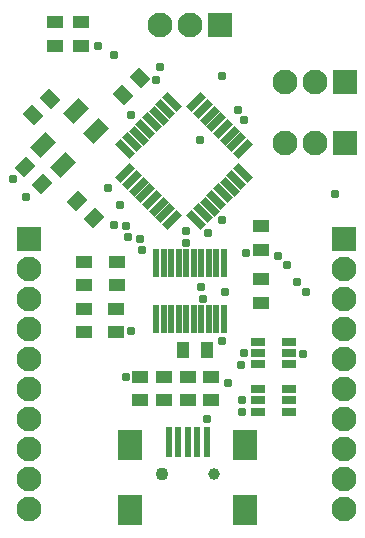
<source format=gts>
G04*
G04 #@! TF.GenerationSoftware,Altium Limited,Altium Designer,23.7.1 (13)*
G04*
G04 Layer_Color=8388736*
%FSLAX25Y25*%
%MOIN*%
G70*
G04*
G04 #@! TF.SameCoordinates,3E470AC7-ECF9-48F6-9F6D-68BDDA74D969*
G04*
G04*
G04 #@! TF.FilePolarity,Negative*
G04*
G01*
G75*
%ADD12R,0.08268X0.10236*%
%ADD13R,0.02362X0.10236*%
%ADD14R,0.01968X0.09252*%
%ADD15R,0.05315X0.04331*%
G04:AMPARAMS|DCode=16|XSize=43.31mil|YSize=53.15mil|CornerRadius=0mil|HoleSize=0mil|Usage=FLASHONLY|Rotation=135.000|XOffset=0mil|YOffset=0mil|HoleType=Round|Shape=Rectangle|*
%AMROTATEDRECTD16*
4,1,4,0.03410,0.00348,-0.00348,-0.03410,-0.03410,-0.00348,0.00348,0.03410,0.03410,0.00348,0.0*
%
%ADD16ROTATEDRECTD16*%

G04:AMPARAMS|DCode=17|XSize=25.59mil|YSize=66.93mil|CornerRadius=0mil|HoleSize=0mil|Usage=FLASHONLY|Rotation=315.000|XOffset=0mil|YOffset=0mil|HoleType=Round|Shape=Rectangle|*
%AMROTATEDRECTD17*
4,1,4,-0.03271,-0.01462,0.01462,0.03271,0.03271,0.01462,-0.01462,-0.03271,-0.03271,-0.01462,0.0*
%
%ADD17ROTATEDRECTD17*%

G04:AMPARAMS|DCode=18|XSize=25.59mil|YSize=66.93mil|CornerRadius=0mil|HoleSize=0mil|Usage=FLASHONLY|Rotation=45.000|XOffset=0mil|YOffset=0mil|HoleType=Round|Shape=Rectangle|*
%AMROTATEDRECTD18*
4,1,4,0.01462,-0.03271,-0.03271,0.01462,-0.01462,0.03271,0.03271,-0.01462,0.01462,-0.03271,0.0*
%
%ADD18ROTATEDRECTD18*%

G04:AMPARAMS|DCode=19|XSize=74.8mil|YSize=51.18mil|CornerRadius=0mil|HoleSize=0mil|Usage=FLASHONLY|Rotation=225.000|XOffset=0mil|YOffset=0mil|HoleType=Round|Shape=Rectangle|*
%AMROTATEDRECTD19*
4,1,4,0.00835,0.04454,0.04454,0.00835,-0.00835,-0.04454,-0.04454,-0.00835,0.00835,0.04454,0.0*
%
%ADD19ROTATEDRECTD19*%

G04:AMPARAMS|DCode=20|XSize=43.31mil|YSize=53.15mil|CornerRadius=0mil|HoleSize=0mil|Usage=FLASHONLY|Rotation=45.000|XOffset=0mil|YOffset=0mil|HoleType=Round|Shape=Rectangle|*
%AMROTATEDRECTD20*
4,1,4,0.00348,-0.03410,-0.03410,0.00348,-0.00348,0.03410,0.03410,-0.00348,0.00348,-0.03410,0.0*
%
%ADD20ROTATEDRECTD20*%

%ADD21R,0.04331X0.05315*%
%ADD22R,0.04724X0.02756*%
%ADD23C,0.04343*%
%ADD24C,0.03937*%
%ADD25C,0.08268*%
%ADD26R,0.08268X0.08268*%
%ADD27R,0.08268X0.08268*%
%ADD28C,0.03071*%
D12*
X96929Y31339D02*
D03*
X58661D02*
D03*
X96929Y9764D02*
D03*
X58661D02*
D03*
D13*
X84095Y32362D02*
D03*
X80945D02*
D03*
X77795D02*
D03*
X74646D02*
D03*
X71496D02*
D03*
D14*
X67333Y73327D02*
D03*
X69833D02*
D03*
X72333D02*
D03*
X74833D02*
D03*
X77333D02*
D03*
X79833D02*
D03*
X82333D02*
D03*
X84833D02*
D03*
X87333D02*
D03*
X89833D02*
D03*
X67333Y92028D02*
D03*
X69833D02*
D03*
X72333D02*
D03*
X74833D02*
D03*
X77333D02*
D03*
X79833D02*
D03*
X82333D02*
D03*
X84833D02*
D03*
X87333D02*
D03*
X89833D02*
D03*
D15*
X102362Y104331D02*
D03*
Y96457D02*
D03*
Y78740D02*
D03*
Y86614D02*
D03*
X33465Y164370D02*
D03*
Y172244D02*
D03*
X42323Y164370D02*
D03*
Y172244D02*
D03*
X69882Y46260D02*
D03*
Y54134D02*
D03*
X77756Y46260D02*
D03*
Y54134D02*
D03*
X85630D02*
D03*
Y46260D02*
D03*
X62008Y54134D02*
D03*
Y46260D02*
D03*
X54134Y84646D02*
D03*
Y92520D02*
D03*
X43307D02*
D03*
Y84646D02*
D03*
X54036Y68897D02*
D03*
Y76771D02*
D03*
X43307Y68898D02*
D03*
Y76772D02*
D03*
D16*
X40945Y112598D02*
D03*
X46513Y107031D02*
D03*
X29190Y118448D02*
D03*
X23622Y124016D02*
D03*
D17*
X80651Y145611D02*
D03*
X82878Y143384D02*
D03*
X85105Y141156D02*
D03*
X87332Y138929D02*
D03*
X89559Y136702D02*
D03*
X91786Y134475D02*
D03*
X94014Y132248D02*
D03*
X96241Y130021D02*
D03*
X72578Y106358D02*
D03*
X70350Y108585D02*
D03*
X68123Y110812D02*
D03*
X65896Y113039D02*
D03*
X63669Y115266D02*
D03*
X61442Y117493D02*
D03*
X59215Y119720D02*
D03*
X56988Y121948D02*
D03*
D18*
X96241D02*
D03*
X94014Y119720D02*
D03*
X91786Y117493D02*
D03*
X89559Y115266D02*
D03*
X87332Y113039D02*
D03*
X85105Y110812D02*
D03*
X82878Y108585D02*
D03*
X80651Y106358D02*
D03*
X56988Y130021D02*
D03*
X59215Y132248D02*
D03*
X61442Y134475D02*
D03*
X63669Y136702D02*
D03*
X65896Y138929D02*
D03*
X68123Y141156D02*
D03*
X70350Y143384D02*
D03*
X72578Y145611D02*
D03*
D19*
X47344Y135950D02*
D03*
X36209Y124815D02*
D03*
X29528Y131496D02*
D03*
X40663Y142632D02*
D03*
D03*
D20*
X26322Y141283D02*
D03*
X31890Y146850D02*
D03*
X56243Y147976D02*
D03*
X61811Y153543D02*
D03*
D21*
X84252Y62992D02*
D03*
X76378D02*
D03*
D22*
X111516Y65748D02*
D03*
Y62008D02*
D03*
Y58268D02*
D03*
X101083D02*
D03*
Y62008D02*
D03*
Y65748D02*
D03*
Y50000D02*
D03*
Y46260D02*
D03*
Y42520D02*
D03*
X111516D02*
D03*
Y46260D02*
D03*
Y50000D02*
D03*
D23*
X69134Y21654D02*
D03*
D24*
X86457D02*
D03*
D25*
X130000Y10000D02*
D03*
Y20000D02*
D03*
Y30000D02*
D03*
Y40000D02*
D03*
Y50000D02*
D03*
Y60000D02*
D03*
Y70000D02*
D03*
Y80000D02*
D03*
Y90000D02*
D03*
X25000D02*
D03*
Y80000D02*
D03*
Y70000D02*
D03*
Y60000D02*
D03*
Y50000D02*
D03*
Y40000D02*
D03*
Y30000D02*
D03*
Y20000D02*
D03*
Y10000D02*
D03*
X120079Y131890D02*
D03*
X110079D02*
D03*
X120079Y152362D02*
D03*
X110079D02*
D03*
X78740Y171260D02*
D03*
X68740D02*
D03*
D26*
X130000Y100000D02*
D03*
X25000D02*
D03*
D27*
X130079Y131890D02*
D03*
Y152362D02*
D03*
X88740Y171260D02*
D03*
D28*
X89370Y66142D02*
D03*
X77165Y98819D02*
D03*
X96457Y139631D02*
D03*
X55261Y111398D02*
D03*
X83071Y80028D02*
D03*
X57087Y53937D02*
D03*
X95426Y58025D02*
D03*
X67405Y153150D02*
D03*
X68504Y157480D02*
D03*
X94488Y142913D02*
D03*
X59055Y69291D02*
D03*
X90158Y82284D02*
D03*
X84646Y101969D02*
D03*
X89370Y154331D02*
D03*
X77165Y102756D02*
D03*
X81890Y133071D02*
D03*
X97244Y95276D02*
D03*
X89370Y106299D02*
D03*
X116142Y61811D02*
D03*
X117323Y82284D02*
D03*
X107874Y94488D02*
D03*
X114173Y85827D02*
D03*
X111024Y91339D02*
D03*
X24016Y114173D02*
D03*
X19685Y120079D02*
D03*
X59055Y141339D02*
D03*
X53150Y161417D02*
D03*
X51181Y116929D02*
D03*
X126772Y114961D02*
D03*
X96457Y62205D02*
D03*
X96063Y46457D02*
D03*
X91339Y51968D02*
D03*
X82333Y83908D02*
D03*
X62598Y96379D02*
D03*
X61811Y100046D02*
D03*
X57874Y100563D02*
D03*
X57188Y104331D02*
D03*
X53150Y104747D02*
D03*
X96063Y42520D02*
D03*
X84095Y40000D02*
D03*
X47835Y164370D02*
D03*
M02*

</source>
